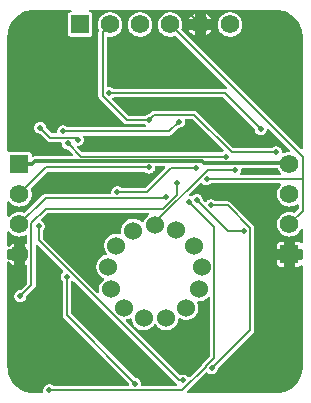
<source format=gbl>
G04 Layer: BottomLayer*
G04 EasyEDA v6.5.48, 2025-02-28 21:12:29*
G04 f07ec6733612464396c25f3e913e17d3,f6e0bafd38ec4930a7932960837fbf78,10*
G04 Gerber Generator version 0.2*
G04 Scale: 100 percent, Rotated: No, Reflected: No *
G04 Dimensions in millimeters *
G04 leading zeros omitted , absolute positions ,4 integer and 5 decimal *
%FSLAX45Y45*%
%MOMM*%

%ADD10C,0.2000*%
%ADD11C,0.3000*%
%ADD12R,1.5748X1.5748*%
%ADD13C,1.5748*%
%ADD14C,1.5240*%
%ADD15C,0.5100*%
%ADD16C,0.0115*%

%LPD*%
G36*
X666038Y-1233830D02*
G01*
X662178Y-1233068D01*
X658876Y-1230884D01*
X621030Y-1193038D01*
X618845Y-1189786D01*
X618032Y-1185976D01*
X618744Y-1182166D01*
X620826Y-1178864D01*
X623976Y-1176578D01*
X629158Y-1175613D01*
X638048Y-1173581D01*
X646430Y-1169974D01*
X654050Y-1164945D01*
X660654Y-1158646D01*
X666038Y-1151280D01*
X670001Y-1143000D01*
X672439Y-1134211D01*
X673252Y-1125118D01*
X672439Y-1116025D01*
X670001Y-1107236D01*
X669188Y-1105560D01*
X668223Y-1101598D01*
X668832Y-1097584D01*
X671017Y-1094130D01*
X674370Y-1091793D01*
X678383Y-1090980D01*
X1396238Y-1090980D01*
X1404112Y-1090168D01*
X1411173Y-1087831D01*
X1417675Y-1084072D01*
X1422146Y-1080312D01*
X1476654Y-1025804D01*
X1479702Y-1023670D01*
X1483360Y-1022807D01*
X1486916Y-1022654D01*
X1495806Y-1020622D01*
X1504188Y-1017016D01*
X1511808Y-1011986D01*
X1518412Y-1005687D01*
X1523796Y-998321D01*
X1527759Y-990041D01*
X1530197Y-981252D01*
X1531010Y-972159D01*
X1529791Y-959053D01*
X1530858Y-955446D01*
X1533093Y-952500D01*
X1536242Y-950569D01*
X1539900Y-949858D01*
X1588414Y-949858D01*
X1592275Y-950671D01*
X1595577Y-952855D01*
X1853133Y-1210411D01*
X1855266Y-1213510D01*
X1856079Y-1217168D01*
X1855571Y-1220876D01*
X1853692Y-1224178D01*
X1844243Y-1231646D01*
X1841246Y-1233271D01*
X1837893Y-1233830D01*
G37*

%LPD*%
G36*
X2364333Y-1240688D02*
G01*
X2360472Y-1240231D01*
X2357069Y-1238300D01*
X2354630Y-1235252D01*
X2353513Y-1231493D01*
X2352802Y-1223314D01*
X2350363Y-1214526D01*
X2346401Y-1206246D01*
X2341016Y-1198880D01*
X2334412Y-1192580D01*
X2326792Y-1187551D01*
X2318410Y-1183944D01*
X2309469Y-1181912D01*
X2300325Y-1181506D01*
X2291283Y-1182725D01*
X2282596Y-1185570D01*
X2274570Y-1189888D01*
X2268524Y-1194714D01*
X2265527Y-1196340D01*
X2262174Y-1196898D01*
X1944268Y-1196898D01*
X1940356Y-1196136D01*
X1937054Y-1193952D01*
X1632813Y-889660D01*
X1626616Y-884631D01*
X1620012Y-881278D01*
X1612747Y-879348D01*
X1606905Y-878890D01*
X1271016Y-878890D01*
X1263142Y-879703D01*
X1256080Y-881989D01*
X1249578Y-885748D01*
X1245108Y-889558D01*
X1227582Y-907084D01*
X1224889Y-909015D01*
X1221740Y-909980D01*
X1212646Y-911199D01*
X1203960Y-914044D01*
X1195882Y-918362D01*
X1189888Y-923188D01*
X1186891Y-924814D01*
X1183538Y-925423D01*
X1058570Y-925423D01*
X1054709Y-924610D01*
X1051407Y-922426D01*
X916381Y-787400D01*
X914095Y-783894D01*
X913434Y-779729D01*
X914501Y-775665D01*
X917092Y-772414D01*
X921156Y-769061D01*
X924204Y-767334D01*
X927658Y-766724D01*
X1846884Y-766724D01*
X1850796Y-767486D01*
X1854098Y-769670D01*
X2117953Y-1033576D01*
X2120188Y-1036878D01*
X2122576Y-1050645D01*
X2125776Y-1059230D01*
X2130450Y-1067054D01*
X2136495Y-1073962D01*
X2143607Y-1079652D01*
X2151684Y-1083970D01*
X2160371Y-1086815D01*
X2169414Y-1088034D01*
X2178558Y-1087628D01*
X2187448Y-1085596D01*
X2195830Y-1081989D01*
X2203450Y-1076960D01*
X2210054Y-1070660D01*
X2215438Y-1063244D01*
X2219401Y-1055014D01*
X2221839Y-1046226D01*
X2222195Y-1042568D01*
X2223211Y-1038910D01*
X2225548Y-1035862D01*
X2228850Y-1033932D01*
X2232609Y-1033322D01*
X2236317Y-1034135D01*
X2239467Y-1036269D01*
X2415387Y-1212240D01*
X2417572Y-1215440D01*
X2418384Y-1219200D01*
X2417724Y-1223010D01*
X2415692Y-1226261D01*
X2412593Y-1228547D01*
X2408885Y-1229563D01*
X2399385Y-1230172D01*
X2386025Y-1232814D01*
X2373122Y-1237234D01*
X2368143Y-1239672D01*
G37*

%LPD*%
G36*
X240588Y-1270558D02*
G01*
X236982Y-1269542D01*
X233934Y-1267307D01*
X231952Y-1264107D01*
X231241Y-1260398D01*
X231241Y-1255318D01*
X230530Y-1249121D01*
X228650Y-1243736D01*
X225602Y-1238910D01*
X221589Y-1234897D01*
X216763Y-1231849D01*
X211378Y-1229969D01*
X205181Y-1229258D01*
X48818Y-1229258D01*
X42621Y-1229969D01*
X39420Y-1231087D01*
X35610Y-1231646D01*
X31851Y-1230731D01*
X28702Y-1228496D01*
X26619Y-1225245D01*
X25908Y-1221486D01*
X25908Y-256082D01*
X26873Y-234848D01*
X29514Y-215036D01*
X33883Y-195529D01*
X39928Y-176428D01*
X47650Y-157988D01*
X56896Y-140258D01*
X67665Y-123393D01*
X79908Y-107543D01*
X93421Y-92811D01*
X108204Y-79298D01*
X124104Y-67157D01*
X141020Y-56438D01*
X158750Y-47244D01*
X177292Y-39624D01*
X196392Y-33629D01*
X215900Y-29362D01*
X235762Y-26771D01*
X256082Y-25908D01*
X558495Y-25908D01*
X562762Y-26822D01*
X566216Y-29464D01*
X568248Y-33324D01*
X568502Y-37693D01*
X566928Y-41757D01*
X563778Y-44754D01*
X559612Y-46177D01*
X557022Y-46482D01*
X551637Y-48361D01*
X546811Y-51358D01*
X542747Y-55422D01*
X539750Y-60198D01*
X537870Y-65582D01*
X537159Y-71831D01*
X537159Y-228193D01*
X537870Y-234391D01*
X539750Y-239775D01*
X542747Y-244602D01*
X546811Y-248615D01*
X551637Y-251663D01*
X557022Y-253542D01*
X563219Y-254254D01*
X719582Y-254254D01*
X725779Y-253542D01*
X731164Y-251663D01*
X735990Y-248615D01*
X740003Y-244602D01*
X743051Y-239775D01*
X744931Y-234391D01*
X745642Y-228193D01*
X745642Y-71831D01*
X744931Y-65582D01*
X743051Y-60198D01*
X740003Y-55422D01*
X735990Y-51358D01*
X731164Y-48361D01*
X725779Y-46482D01*
X723188Y-46177D01*
X719023Y-44754D01*
X715873Y-41757D01*
X714298Y-37693D01*
X714502Y-33324D01*
X716584Y-29464D01*
X720039Y-26822D01*
X724306Y-25908D01*
X888237Y-25908D01*
X892556Y-26873D01*
X895400Y-29057D01*
X898245Y-26873D01*
X902563Y-25908D01*
X1142238Y-25908D01*
X1146556Y-26873D01*
X1149400Y-29057D01*
X1152245Y-26873D01*
X1156563Y-25908D01*
X1396238Y-25908D01*
X1400556Y-26873D01*
X1403400Y-29057D01*
X1406245Y-26873D01*
X1410563Y-25908D01*
X1904238Y-25908D01*
X1908556Y-26873D01*
X1911400Y-29057D01*
X1914245Y-26873D01*
X1918563Y-25908D01*
X2296617Y-25908D01*
X2317800Y-26873D01*
X2337663Y-29514D01*
X2357170Y-33883D01*
X2376271Y-39928D01*
X2394712Y-47650D01*
X2412441Y-56896D01*
X2429306Y-67665D01*
X2445156Y-79908D01*
X2459888Y-93421D01*
X2473350Y-108204D01*
X2485542Y-124104D01*
X2496261Y-141020D01*
X2505456Y-158750D01*
X2513076Y-177292D01*
X2519019Y-196392D01*
X2523337Y-215900D01*
X2525928Y-235762D01*
X2526792Y-256082D01*
X2526792Y-1198676D01*
X2526030Y-1202537D01*
X2523794Y-1205839D01*
X2520492Y-1208074D01*
X2516632Y-1208836D01*
X2512720Y-1208074D01*
X2509418Y-1205839D01*
X1502562Y-198983D01*
X1500479Y-195884D01*
X1499616Y-192227D01*
X1500124Y-188518D01*
X1504086Y-176987D01*
X1506728Y-163626D01*
X1507642Y-150012D01*
X1506728Y-136398D01*
X1504086Y-123037D01*
X1499666Y-110134D01*
X1493672Y-97891D01*
X1486103Y-86563D01*
X1477111Y-76301D01*
X1466850Y-67310D01*
X1455521Y-59740D01*
X1443278Y-53695D01*
X1430375Y-49326D01*
X1417015Y-46685D01*
X1409903Y-46228D01*
X1405636Y-44958D01*
X1403400Y-42976D01*
X1401165Y-44958D01*
X1396898Y-46228D01*
X1389786Y-46685D01*
X1376426Y-49326D01*
X1363522Y-53695D01*
X1351280Y-59740D01*
X1339951Y-67310D01*
X1329690Y-76301D01*
X1320698Y-86563D01*
X1313129Y-97891D01*
X1307134Y-110134D01*
X1302715Y-123037D01*
X1300073Y-136398D01*
X1299159Y-150012D01*
X1300073Y-163626D01*
X1302715Y-176987D01*
X1307134Y-189890D01*
X1313129Y-202133D01*
X1320698Y-213461D01*
X1329690Y-223672D01*
X1339951Y-232664D01*
X1351280Y-240233D01*
X1363522Y-246278D01*
X1376426Y-250647D01*
X1389786Y-253339D01*
X1403400Y-254203D01*
X1417015Y-253339D01*
X1430375Y-250647D01*
X1441907Y-246735D01*
X1445615Y-246227D01*
X1449273Y-247091D01*
X1452372Y-249174D01*
X1882851Y-679653D01*
X1885188Y-683361D01*
X1885797Y-687730D01*
X1884476Y-691896D01*
X1881479Y-695147D01*
X1877415Y-696823D01*
X1873046Y-696671D01*
X1871218Y-696163D01*
X1865426Y-695706D01*
X927658Y-695706D01*
X923848Y-694994D01*
X920597Y-692912D01*
X919022Y-691388D01*
X911402Y-686358D01*
X903020Y-682752D01*
X894080Y-680720D01*
X884936Y-680313D01*
X879398Y-681075D01*
X875080Y-680720D01*
X871321Y-678637D01*
X868781Y-675182D01*
X867867Y-671017D01*
X867867Y-262940D01*
X868832Y-258571D01*
X871575Y-255066D01*
X875537Y-253085D01*
X880008Y-252984D01*
X881786Y-253339D01*
X895400Y-254203D01*
X909015Y-253339D01*
X922375Y-250647D01*
X935278Y-246278D01*
X947521Y-240233D01*
X958850Y-232664D01*
X969111Y-223672D01*
X978103Y-213461D01*
X985672Y-202133D01*
X991666Y-189890D01*
X996086Y-176987D01*
X998728Y-163626D01*
X999642Y-150012D01*
X998728Y-136398D01*
X996086Y-123037D01*
X991666Y-110134D01*
X985672Y-97891D01*
X978103Y-86563D01*
X969111Y-76301D01*
X958850Y-67310D01*
X947521Y-59740D01*
X935278Y-53695D01*
X922375Y-49326D01*
X909015Y-46685D01*
X901903Y-46228D01*
X897636Y-44958D01*
X895400Y-42976D01*
X893165Y-44958D01*
X888898Y-46228D01*
X881786Y-46685D01*
X868426Y-49326D01*
X855522Y-53695D01*
X843280Y-59740D01*
X831951Y-67310D01*
X821690Y-76301D01*
X812698Y-86563D01*
X805129Y-97891D01*
X799134Y-110134D01*
X794715Y-123037D01*
X792073Y-136398D01*
X791159Y-150012D01*
X792073Y-163626D01*
X794715Y-176987D01*
X799134Y-189890D01*
X800557Y-195072D01*
X797306Y-207619D01*
X796848Y-213461D01*
X796848Y-753059D01*
X797712Y-760984D01*
X799998Y-767994D01*
X803757Y-774547D01*
X807516Y-778967D01*
X1014171Y-985621D01*
X1020368Y-990650D01*
X1026972Y-994003D01*
X1034237Y-995934D01*
X1040079Y-996391D01*
X1183538Y-996391D01*
X1186891Y-997000D01*
X1189888Y-998626D01*
X1193952Y-1001877D01*
X1196594Y-1005078D01*
X1197711Y-1009040D01*
X1197203Y-1013155D01*
X1195019Y-1016711D01*
X1191666Y-1019098D01*
X1187602Y-1019962D01*
X538429Y-1019962D01*
X534670Y-1019251D01*
X531418Y-1017168D01*
X529793Y-1015644D01*
X522173Y-1010615D01*
X513791Y-1007008D01*
X504901Y-1004976D01*
X495757Y-1004569D01*
X486714Y-1005789D01*
X478028Y-1008634D01*
X469950Y-1012952D01*
X462838Y-1018641D01*
X456793Y-1025499D01*
X452120Y-1033373D01*
X448919Y-1041908D01*
X447293Y-1050899D01*
X447293Y-1060043D01*
X447548Y-1061567D01*
X447395Y-1065987D01*
X445363Y-1069898D01*
X441858Y-1072591D01*
X437591Y-1073556D01*
X407416Y-1073556D01*
X403504Y-1072743D01*
X400202Y-1070559D01*
X356768Y-1027125D01*
X354736Y-1024229D01*
X353822Y-1020826D01*
X353263Y-1014577D01*
X350824Y-1005789D01*
X346862Y-997508D01*
X341477Y-990142D01*
X334873Y-983843D01*
X327253Y-978814D01*
X318871Y-975207D01*
X309981Y-973175D01*
X300837Y-972769D01*
X291795Y-973988D01*
X283108Y-976833D01*
X275031Y-981151D01*
X267919Y-986840D01*
X261874Y-993698D01*
X257200Y-1001572D01*
X254000Y-1010107D01*
X252374Y-1019098D01*
X252374Y-1028242D01*
X254000Y-1037234D01*
X257200Y-1045768D01*
X261874Y-1053642D01*
X267919Y-1060500D01*
X275031Y-1066190D01*
X283108Y-1070508D01*
X291795Y-1073353D01*
X300888Y-1074572D01*
X304038Y-1075537D01*
X306730Y-1077468D01*
X363016Y-1133754D01*
X369163Y-1138783D01*
X375767Y-1142136D01*
X383082Y-1144066D01*
X388874Y-1144524D01*
X474624Y-1144524D01*
X478485Y-1145336D01*
X481787Y-1147521D01*
X484022Y-1150823D01*
X484784Y-1154684D01*
X484784Y-1162304D01*
X486409Y-1171295D01*
X489610Y-1179830D01*
X494284Y-1187704D01*
X500329Y-1194562D01*
X507441Y-1200251D01*
X515518Y-1204569D01*
X524205Y-1207414D01*
X533298Y-1208633D01*
X536448Y-1209598D01*
X539140Y-1211529D01*
X577291Y-1249680D01*
X579475Y-1252982D01*
X580288Y-1256893D01*
X579475Y-1260754D01*
X577291Y-1264056D01*
X573989Y-1266291D01*
X570128Y-1267053D01*
X260248Y-1267053D01*
X251866Y-1267866D01*
X244348Y-1270152D01*
G37*

%LPC*%
G36*
X1911400Y-254203D02*
G01*
X1925015Y-253339D01*
X1938375Y-250647D01*
X1951278Y-246278D01*
X1963521Y-240233D01*
X1974850Y-232664D01*
X1985111Y-223672D01*
X1994103Y-213461D01*
X2001672Y-202133D01*
X2007666Y-189890D01*
X2012086Y-176987D01*
X2014728Y-163626D01*
X2015642Y-150012D01*
X2014728Y-136398D01*
X2012086Y-123037D01*
X2007666Y-110134D01*
X2001672Y-97891D01*
X1994103Y-86563D01*
X1985111Y-76301D01*
X1974850Y-67310D01*
X1963521Y-59740D01*
X1951278Y-53695D01*
X1938375Y-49326D01*
X1925015Y-46685D01*
X1917903Y-46228D01*
X1913636Y-44958D01*
X1911400Y-42976D01*
X1909165Y-44958D01*
X1904898Y-46228D01*
X1897786Y-46685D01*
X1884425Y-49326D01*
X1871522Y-53695D01*
X1859280Y-59740D01*
X1847951Y-67310D01*
X1837689Y-76301D01*
X1828698Y-86563D01*
X1821129Y-97891D01*
X1815134Y-110134D01*
X1810715Y-123037D01*
X1808073Y-136398D01*
X1807159Y-150012D01*
X1808073Y-163626D01*
X1810715Y-176987D01*
X1815134Y-189890D01*
X1821129Y-202133D01*
X1828698Y-213461D01*
X1837689Y-223672D01*
X1847951Y-232664D01*
X1859280Y-240233D01*
X1871522Y-246278D01*
X1884425Y-250647D01*
X1897786Y-253339D01*
G37*
G36*
X1149400Y-254203D02*
G01*
X1163015Y-253339D01*
X1176375Y-250647D01*
X1189278Y-246278D01*
X1201521Y-240233D01*
X1212850Y-232664D01*
X1223111Y-223672D01*
X1232103Y-213461D01*
X1239672Y-202133D01*
X1245666Y-189890D01*
X1250086Y-176987D01*
X1252728Y-163626D01*
X1253642Y-150012D01*
X1252728Y-136398D01*
X1250086Y-123037D01*
X1245666Y-110134D01*
X1239672Y-97891D01*
X1232103Y-86563D01*
X1223111Y-76301D01*
X1212850Y-67310D01*
X1201521Y-59740D01*
X1189278Y-53695D01*
X1176375Y-49326D01*
X1163015Y-46685D01*
X1155903Y-46228D01*
X1151636Y-44958D01*
X1149400Y-42976D01*
X1147165Y-44958D01*
X1142898Y-46228D01*
X1135786Y-46685D01*
X1122426Y-49326D01*
X1109522Y-53695D01*
X1097280Y-59740D01*
X1085951Y-67310D01*
X1075690Y-76301D01*
X1066698Y-86563D01*
X1059129Y-97891D01*
X1053134Y-110134D01*
X1048715Y-123037D01*
X1046073Y-136398D01*
X1045159Y-150012D01*
X1046073Y-163626D01*
X1048715Y-176987D01*
X1053134Y-189890D01*
X1059129Y-202133D01*
X1066698Y-213461D01*
X1075690Y-223672D01*
X1085951Y-232664D01*
X1097280Y-240233D01*
X1109522Y-246278D01*
X1122426Y-250647D01*
X1135786Y-253339D01*
G37*
G36*
X1703120Y-243382D02*
G01*
X1709521Y-240233D01*
X1720850Y-232664D01*
X1731111Y-223672D01*
X1740103Y-213461D01*
X1747672Y-202133D01*
X1750822Y-195732D01*
X1703120Y-195732D01*
G37*
G36*
X1611680Y-243382D02*
G01*
X1611680Y-195732D01*
X1563979Y-195732D01*
X1567129Y-202133D01*
X1574698Y-213461D01*
X1583690Y-223672D01*
X1593951Y-232664D01*
X1605280Y-240233D01*
G37*
G36*
X1703120Y-104292D02*
G01*
X1750822Y-104292D01*
X1747672Y-97891D01*
X1740103Y-86563D01*
X1731111Y-76301D01*
X1720850Y-67310D01*
X1709521Y-59740D01*
X1703120Y-56591D01*
G37*
G36*
X1563979Y-104292D02*
G01*
X1611680Y-104292D01*
X1611680Y-56591D01*
X1605280Y-59740D01*
X1593951Y-67310D01*
X1583690Y-76301D01*
X1574698Y-86563D01*
X1567129Y-97891D01*
G37*

%LPD*%
G36*
X2005482Y-1424990D02*
G01*
X2001164Y-1424025D01*
X1997659Y-1421333D01*
X1995627Y-1417370D01*
X1995474Y-1412951D01*
X1997252Y-1408887D01*
X1999538Y-1405737D01*
X2003501Y-1397457D01*
X2005939Y-1388668D01*
X2006752Y-1379575D01*
X2006549Y-1377442D01*
X2007057Y-1373276D01*
X2009190Y-1369669D01*
X2012594Y-1367231D01*
X2016709Y-1366367D01*
X2307031Y-1366367D01*
X2311146Y-1367231D01*
X2314549Y-1369669D01*
X2316683Y-1373378D01*
X2322728Y-1385620D01*
X2330297Y-1396949D01*
X2339289Y-1407210D01*
X2341778Y-1410462D01*
X2342743Y-1414373D01*
X2342134Y-1418437D01*
X2339949Y-1421841D01*
X2336596Y-1424178D01*
X2332583Y-1424990D01*
G37*

%LPD*%
G36*
X36525Y-1782267D02*
G01*
X32512Y-1781606D01*
X29057Y-1779473D01*
X26720Y-1776120D01*
X25908Y-1772107D01*
X25908Y-1656892D01*
X26720Y-1652879D01*
X29057Y-1649526D01*
X32512Y-1647393D01*
X36525Y-1646732D01*
X40487Y-1647748D01*
X43738Y-1650187D01*
X53340Y-1661210D01*
X63550Y-1670202D01*
X74879Y-1677771D01*
X87122Y-1683766D01*
X100025Y-1688185D01*
X113385Y-1690827D01*
X127000Y-1691741D01*
X140614Y-1690827D01*
X153974Y-1688185D01*
X166878Y-1683766D01*
X179120Y-1677771D01*
X190449Y-1670202D01*
X200710Y-1661210D01*
X209702Y-1650949D01*
X217271Y-1639620D01*
X223266Y-1627378D01*
X227685Y-1614474D01*
X230327Y-1601114D01*
X231241Y-1587500D01*
X230327Y-1573885D01*
X227685Y-1560525D01*
X223723Y-1548993D01*
X223215Y-1545285D01*
X224078Y-1541627D01*
X226161Y-1538528D01*
X364845Y-1399844D01*
X368147Y-1397660D01*
X372008Y-1396898D01*
X1183538Y-1396898D01*
X1186891Y-1397457D01*
X1189888Y-1399082D01*
X1195882Y-1403908D01*
X1203960Y-1408226D01*
X1212646Y-1411071D01*
X1221689Y-1412290D01*
X1230833Y-1411884D01*
X1239723Y-1409852D01*
X1248105Y-1406245D01*
X1255725Y-1401216D01*
X1262329Y-1394917D01*
X1267714Y-1387551D01*
X1271676Y-1379270D01*
X1274114Y-1370482D01*
X1274927Y-1361389D01*
X1274724Y-1359103D01*
X1275232Y-1354937D01*
X1277366Y-1351330D01*
X1280769Y-1348892D01*
X1284833Y-1348028D01*
X1353769Y-1348028D01*
X1357680Y-1348841D01*
X1360932Y-1351026D01*
X1363167Y-1354328D01*
X1363929Y-1358188D01*
X1363167Y-1362100D01*
X1360932Y-1365402D01*
X1194765Y-1531620D01*
X1191463Y-1533804D01*
X1187551Y-1534566D01*
X994765Y-1534566D01*
X991006Y-1533855D01*
X987755Y-1531772D01*
X986129Y-1530248D01*
X978509Y-1525219D01*
X970127Y-1521612D01*
X961237Y-1519580D01*
X952093Y-1519174D01*
X943051Y-1520393D01*
X934364Y-1523238D01*
X926287Y-1527556D01*
X919175Y-1533245D01*
X913130Y-1540103D01*
X908456Y-1547977D01*
X905256Y-1556512D01*
X903630Y-1565503D01*
X903630Y-1573123D01*
X902868Y-1576984D01*
X900633Y-1580286D01*
X897331Y-1582470D01*
X893470Y-1583283D01*
X350266Y-1583283D01*
X342341Y-1584096D01*
X335330Y-1586382D01*
X328777Y-1590141D01*
X324358Y-1593951D01*
X175971Y-1742338D01*
X172872Y-1744421D01*
X169214Y-1745284D01*
X165506Y-1744776D01*
X153974Y-1740814D01*
X140614Y-1738172D01*
X127000Y-1737258D01*
X113385Y-1738172D01*
X100025Y-1740814D01*
X87122Y-1745234D01*
X74879Y-1751228D01*
X63550Y-1758797D01*
X53340Y-1767789D01*
X43738Y-1778812D01*
X40487Y-1781251D01*
G37*

%LPD*%
G36*
X794207Y-2427122D02*
G01*
X789940Y-2426462D01*
X786333Y-2424125D01*
X328168Y-1966010D01*
X325983Y-1962708D01*
X325221Y-1958797D01*
X325221Y-1894738D01*
X325729Y-1891538D01*
X327202Y-1888693D01*
X333502Y-1880209D01*
X337413Y-1871980D01*
X339852Y-1863191D01*
X340664Y-1854098D01*
X339852Y-1845005D01*
X337413Y-1836216D01*
X333451Y-1827936D01*
X328066Y-1820570D01*
X321462Y-1814271D01*
X316534Y-1810969D01*
X313436Y-1807768D01*
X312013Y-1803552D01*
X312572Y-1799082D01*
X314960Y-1795322D01*
X360527Y-1749704D01*
X363829Y-1747520D01*
X367741Y-1746757D01*
X1214780Y-1746757D01*
X1218996Y-1747672D01*
X1222451Y-1750263D01*
X1224534Y-1754073D01*
X1224838Y-1758391D01*
X1223314Y-1762404D01*
X1220266Y-1765452D01*
X1216101Y-1768144D01*
X1205738Y-1776882D01*
X1196594Y-1786991D01*
X1188923Y-1798167D01*
X1182776Y-1810308D01*
X1179474Y-1819808D01*
X1177442Y-1823262D01*
X1174191Y-1825650D01*
X1170228Y-1826615D01*
X1166266Y-1825955D01*
X1162812Y-1823770D01*
X1156716Y-1817878D01*
X1145794Y-1809800D01*
X1133906Y-1803247D01*
X1121206Y-1798370D01*
X1107998Y-1795221D01*
X1094486Y-1793900D01*
X1080922Y-1794357D01*
X1067511Y-1796592D01*
X1054557Y-1800606D01*
X1042212Y-1806346D01*
X1030782Y-1813661D01*
X1020419Y-1822399D01*
X1011275Y-1832508D01*
X1003604Y-1843684D01*
X997458Y-1855825D01*
X993038Y-1868627D01*
X990295Y-1881936D01*
X989431Y-1895500D01*
X990295Y-1909064D01*
X991260Y-1913636D01*
X991209Y-1917954D01*
X989380Y-1921865D01*
X986078Y-1924659D01*
X981913Y-1925828D01*
X977646Y-1925167D01*
X964437Y-1922018D01*
X950925Y-1920646D01*
X937361Y-1921103D01*
X923950Y-1923389D01*
X910996Y-1927402D01*
X898652Y-1933092D01*
X887221Y-1940407D01*
X876858Y-1949196D01*
X867765Y-1959254D01*
X860044Y-1970481D01*
X853948Y-1982571D01*
X849477Y-1995424D01*
X846785Y-2008733D01*
X845870Y-2022297D01*
X846785Y-2035810D01*
X849477Y-2049119D01*
X853948Y-2061972D01*
X860044Y-2074113D01*
X867968Y-2085644D01*
X869543Y-2089353D01*
X869543Y-2093417D01*
X867968Y-2097125D01*
X865073Y-2099970D01*
X861314Y-2101392D01*
X855827Y-2102358D01*
X842822Y-2106371D01*
X830529Y-2112060D01*
X819048Y-2119376D01*
X808685Y-2128164D01*
X799592Y-2138222D01*
X791921Y-2149449D01*
X785774Y-2161540D01*
X781304Y-2174392D01*
X778611Y-2187702D01*
X777697Y-2201265D01*
X778611Y-2214778D01*
X781304Y-2228088D01*
X785774Y-2240940D01*
X791921Y-2253081D01*
X799592Y-2264257D01*
X808685Y-2274316D01*
X819048Y-2283104D01*
X830529Y-2290419D01*
X838047Y-2293874D01*
X841298Y-2296312D01*
X843330Y-2299766D01*
X843889Y-2303780D01*
X842822Y-2307691D01*
X840333Y-2310892D01*
X831545Y-2318308D01*
X822452Y-2328367D01*
X814730Y-2339543D01*
X808634Y-2351684D01*
X804164Y-2364536D01*
X801471Y-2377846D01*
X800557Y-2391359D01*
X801471Y-2404922D01*
X803503Y-2414930D01*
X803452Y-2419248D01*
X801624Y-2423109D01*
X798322Y-2425903D01*
G37*

%LPD*%
G36*
X1562912Y-3135477D02*
G01*
X1558747Y-3134207D01*
X1548434Y-3124403D01*
X1540814Y-3119374D01*
X1532432Y-3115767D01*
X1523542Y-3113735D01*
X1514398Y-3113328D01*
X1505356Y-3114548D01*
X1496669Y-3117392D01*
X1492199Y-3119780D01*
X1488084Y-3120948D01*
X1483817Y-3120339D01*
X1480210Y-3118002D01*
X1027531Y-2665323D01*
X1025194Y-2661716D01*
X1024585Y-2657500D01*
X1025753Y-2653385D01*
X1028496Y-2650134D01*
X1032357Y-2648254D01*
X1040942Y-2646222D01*
X1053642Y-2641346D01*
X1064006Y-2635656D01*
X1067866Y-2634488D01*
X1071880Y-2634894D01*
X1075436Y-2636824D01*
X1077925Y-2639974D01*
X1078992Y-2643886D01*
X1079550Y-2651810D01*
X1082243Y-2665120D01*
X1086713Y-2677972D01*
X1092809Y-2690114D01*
X1100531Y-2701290D01*
X1109624Y-2711348D01*
X1119987Y-2720136D01*
X1131417Y-2727452D01*
X1143762Y-2733141D01*
X1156716Y-2737205D01*
X1170127Y-2739440D01*
X1183690Y-2739898D01*
X1197203Y-2738526D01*
X1210411Y-2735376D01*
X1223111Y-2730500D01*
X1234998Y-2723997D01*
X1245971Y-2715920D01*
X1255725Y-2706471D01*
X1264158Y-2695803D01*
X1267155Y-2690723D01*
X1269847Y-2687726D01*
X1273556Y-2686050D01*
X1277569Y-2685897D01*
X1281379Y-2687370D01*
X1284274Y-2690164D01*
X1291996Y-2701442D01*
X1301140Y-2711551D01*
X1311503Y-2720289D01*
X1322933Y-2727604D01*
X1335278Y-2733344D01*
X1348232Y-2737358D01*
X1361643Y-2739593D01*
X1375206Y-2740050D01*
X1388719Y-2738729D01*
X1401927Y-2735580D01*
X1414627Y-2730652D01*
X1426514Y-2724150D01*
X1437487Y-2716072D01*
X1447241Y-2706624D01*
X1455623Y-2696006D01*
X1462582Y-2684322D01*
X1467866Y-2671775D01*
X1471472Y-2658719D01*
X1473250Y-2644952D01*
X1474165Y-2640736D01*
X1476756Y-2637282D01*
X1480566Y-2635199D01*
X1484833Y-2634894D01*
X1488897Y-2636367D01*
X1492605Y-2638755D01*
X1504899Y-2644444D01*
X1517904Y-2648458D01*
X1531264Y-2650744D01*
X1544828Y-2651201D01*
X1558340Y-2649829D01*
X1571599Y-2646680D01*
X1584248Y-2641803D01*
X1596186Y-2635250D01*
X1607108Y-2627223D01*
X1616862Y-2617774D01*
X1625295Y-2607106D01*
X1632204Y-2595422D01*
X1637487Y-2582926D01*
X1641093Y-2569819D01*
X1642922Y-2556357D01*
X1642922Y-2542794D01*
X1641093Y-2529332D01*
X1637487Y-2516225D01*
X1633778Y-2507437D01*
X1632966Y-2503474D01*
X1633778Y-2499512D01*
X1636064Y-2496159D01*
X1639468Y-2493975D01*
X1643481Y-2493314D01*
X1653743Y-2493670D01*
X1667256Y-2492298D01*
X1680464Y-2489149D01*
X1693113Y-2484272D01*
X1705051Y-2477719D01*
X1715973Y-2469692D01*
X1725066Y-2460904D01*
X1728368Y-2458770D01*
X1732229Y-2458059D01*
X1736089Y-2458872D01*
X1739341Y-2461056D01*
X1741525Y-2464358D01*
X1742287Y-2468219D01*
X1742287Y-2951530D01*
X1741474Y-2955442D01*
X1739290Y-2958744D01*
X1680667Y-3017316D01*
X1675688Y-3023514D01*
X1671980Y-3030778D01*
X1670100Y-3033318D01*
X1570939Y-3132531D01*
X1567230Y-3134868D01*
G37*

%LPD*%
G36*
X1167739Y-3211372D02*
G01*
X1163624Y-3210509D01*
X1160221Y-3208070D01*
X1158087Y-3204464D01*
X1157630Y-3200298D01*
X1158443Y-3191306D01*
X1157630Y-3182213D01*
X1155192Y-3173425D01*
X1151229Y-3165144D01*
X1145844Y-3157778D01*
X1139240Y-3151479D01*
X1131620Y-3146450D01*
X1123238Y-3142843D01*
X1114298Y-3140811D01*
X1110792Y-3140659D01*
X1107135Y-3139795D01*
X1104036Y-3137662D01*
X568045Y-2601722D01*
X565861Y-2598420D01*
X565099Y-2594508D01*
X565099Y-2327859D01*
X565861Y-2323947D01*
X568045Y-2320645D01*
X571347Y-2318461D01*
X575259Y-2317699D01*
X579120Y-2318461D01*
X582422Y-2320645D01*
X1450746Y-3188970D01*
X1456131Y-3193338D01*
X1458772Y-3196539D01*
X1459890Y-3200501D01*
X1459331Y-3204616D01*
X1457198Y-3208172D01*
X1453794Y-3210560D01*
X1449730Y-3211372D01*
G37*

%LPD*%
G36*
X1554327Y-3274110D02*
G01*
X1550416Y-3273298D01*
X1547114Y-3271113D01*
X1544929Y-3267811D01*
X1544167Y-3263950D01*
X1544929Y-3260039D01*
X1547114Y-3256737D01*
X1704289Y-3099562D01*
X1707337Y-3097479D01*
X1710943Y-3096615D01*
X1714601Y-3097123D01*
X1717852Y-3098850D01*
X1726082Y-3105505D01*
X1734057Y-3109823D01*
X1742744Y-3112668D01*
X1751787Y-3113887D01*
X1760931Y-3113481D01*
X1769872Y-3111449D01*
X1778254Y-3107842D01*
X1785874Y-3102813D01*
X1792478Y-3096514D01*
X1797862Y-3089097D01*
X1801825Y-3080867D01*
X1804263Y-3072079D01*
X1804822Y-3065780D01*
X1805736Y-3062427D01*
X1807718Y-3059531D01*
X2105253Y-2761996D01*
X2110282Y-2755849D01*
X2113635Y-2749245D01*
X2115566Y-2741930D01*
X2116023Y-2736138D01*
X2116023Y-1872792D01*
X2115210Y-1864918D01*
X2112924Y-1857857D01*
X2109165Y-1851355D01*
X2105355Y-1846884D01*
X1916328Y-1657857D01*
X1910181Y-1652879D01*
X1903577Y-1649526D01*
X1896262Y-1647545D01*
X1890471Y-1647088D01*
X1788109Y-1647088D01*
X1784350Y-1646377D01*
X1781098Y-1644294D01*
X1779473Y-1642770D01*
X1771853Y-1637741D01*
X1763471Y-1634134D01*
X1754581Y-1632102D01*
X1745437Y-1631696D01*
X1736394Y-1632915D01*
X1727707Y-1635760D01*
X1719630Y-1640078D01*
X1712518Y-1645767D01*
X1708150Y-1650746D01*
X1704848Y-1653235D01*
X1700834Y-1654200D01*
X1696770Y-1653489D01*
X1693316Y-1651203D01*
X1682496Y-1640433D01*
X1680514Y-1637538D01*
X1679600Y-1634134D01*
X1679041Y-1627886D01*
X1676603Y-1619097D01*
X1672640Y-1610817D01*
X1667256Y-1603451D01*
X1660652Y-1597152D01*
X1653032Y-1592122D01*
X1644650Y-1588516D01*
X1635709Y-1586484D01*
X1626565Y-1586077D01*
X1617522Y-1587296D01*
X1608836Y-1590141D01*
X1600809Y-1594459D01*
X1593545Y-1600250D01*
X1590446Y-1603552D01*
X1587652Y-1605635D01*
X1584299Y-1606702D01*
X1580794Y-1606499D01*
X1570685Y-1604213D01*
X1566773Y-1602384D01*
X1563979Y-1599133D01*
X1562811Y-1595018D01*
X1563420Y-1590751D01*
X1565757Y-1587144D01*
X1659483Y-1493367D01*
X1662938Y-1491132D01*
X1667052Y-1490421D01*
X1671066Y-1491386D01*
X1674317Y-1493875D01*
X1677365Y-1497330D01*
X1684477Y-1503019D01*
X1692554Y-1507337D01*
X1701241Y-1510182D01*
X1710283Y-1511401D01*
X1719427Y-1510995D01*
X1728317Y-1508963D01*
X1736699Y-1505356D01*
X1744319Y-1500327D01*
X1745945Y-1498803D01*
X1749196Y-1496720D01*
X1752955Y-1496009D01*
X2332583Y-1496009D01*
X2336596Y-1496822D01*
X2339949Y-1499158D01*
X2342134Y-1502562D01*
X2342743Y-1506626D01*
X2341778Y-1510538D01*
X2339289Y-1513789D01*
X2330297Y-1524050D01*
X2322728Y-1535379D01*
X2316683Y-1547622D01*
X2312314Y-1560525D01*
X2309672Y-1573885D01*
X2308758Y-1587500D01*
X2309672Y-1601114D01*
X2312314Y-1614474D01*
X2316683Y-1627378D01*
X2322728Y-1639620D01*
X2330297Y-1650949D01*
X2339289Y-1661210D01*
X2349550Y-1670202D01*
X2360879Y-1677771D01*
X2373122Y-1683766D01*
X2386025Y-1688185D01*
X2399385Y-1690827D01*
X2413000Y-1691741D01*
X2426614Y-1690827D01*
X2439974Y-1688185D01*
X2452878Y-1683766D01*
X2465120Y-1677771D01*
X2475636Y-1670710D01*
X2479700Y-1669135D01*
X2484018Y-1669389D01*
X2487879Y-1671421D01*
X2490520Y-1674926D01*
X2491435Y-1679143D01*
X2491435Y-1708657D01*
X2490673Y-1712518D01*
X2488488Y-1715820D01*
X2461971Y-1742338D01*
X2458872Y-1744421D01*
X2455214Y-1745284D01*
X2451506Y-1744776D01*
X2439974Y-1740814D01*
X2426614Y-1738172D01*
X2413000Y-1737258D01*
X2399385Y-1738172D01*
X2386025Y-1740814D01*
X2373122Y-1745234D01*
X2360879Y-1751228D01*
X2349550Y-1758797D01*
X2339289Y-1767789D01*
X2330297Y-1778050D01*
X2322728Y-1789379D01*
X2316683Y-1801622D01*
X2312314Y-1814525D01*
X2309672Y-1827885D01*
X2308758Y-1841500D01*
X2309672Y-1855114D01*
X2312314Y-1868474D01*
X2316683Y-1881378D01*
X2322728Y-1893620D01*
X2330297Y-1904949D01*
X2339289Y-1915210D01*
X2349550Y-1924202D01*
X2360879Y-1931771D01*
X2373122Y-1937766D01*
X2386025Y-1942185D01*
X2399385Y-1944827D01*
X2413000Y-1945741D01*
X2426614Y-1944827D01*
X2439974Y-1942185D01*
X2452878Y-1937766D01*
X2465120Y-1931771D01*
X2476449Y-1924202D01*
X2486710Y-1915210D01*
X2495702Y-1904949D01*
X2503271Y-1893620D01*
X2507538Y-1884984D01*
X2510332Y-1881479D01*
X2514447Y-1879549D01*
X2518918Y-1879549D01*
X2522982Y-1881530D01*
X2525776Y-1885086D01*
X2526792Y-1889455D01*
X2526792Y-1991512D01*
X2526030Y-1995424D01*
X2523794Y-1998725D01*
X2520492Y-2000910D01*
X2516632Y-2001672D01*
X2512720Y-2000910D01*
X2509418Y-1998725D01*
X2507589Y-1996897D01*
X2502763Y-1993849D01*
X2497378Y-1991969D01*
X2491181Y-1991258D01*
X2458720Y-1991258D01*
X2458720Y-2049780D01*
X2516632Y-2049780D01*
X2520492Y-2050542D01*
X2523794Y-2052777D01*
X2526030Y-2056028D01*
X2526792Y-2059939D01*
X2526792Y-2131060D01*
X2526030Y-2134971D01*
X2523794Y-2138222D01*
X2520492Y-2140458D01*
X2516632Y-2141220D01*
X2458720Y-2141220D01*
X2458720Y-2199741D01*
X2491181Y-2199741D01*
X2497378Y-2199030D01*
X2502763Y-2197150D01*
X2507589Y-2194102D01*
X2509418Y-2192274D01*
X2512720Y-2190089D01*
X2516632Y-2189327D01*
X2520492Y-2190089D01*
X2523794Y-2192274D01*
X2526030Y-2195576D01*
X2526792Y-2199487D01*
X2526792Y-3043936D01*
X2525826Y-3065119D01*
X2523185Y-3084931D01*
X2518816Y-3104489D01*
X2512771Y-3123539D01*
X2505049Y-3142030D01*
X2495804Y-3159760D01*
X2485034Y-3176625D01*
X2472791Y-3192475D01*
X2459278Y-3207156D01*
X2444496Y-3220669D01*
X2428595Y-3232810D01*
X2411679Y-3243529D01*
X2393899Y-3252724D01*
X2375408Y-3260344D01*
X2356307Y-3266338D01*
X2336800Y-3270656D01*
X2316937Y-3273196D01*
X2296617Y-3274110D01*
G37*

%LPC*%
G36*
X2334818Y-2199741D02*
G01*
X2367280Y-2199741D01*
X2367280Y-2141220D01*
X2308758Y-2141220D01*
X2308758Y-2173681D01*
X2309469Y-2179878D01*
X2311349Y-2185263D01*
X2314346Y-2190089D01*
X2318410Y-2194102D01*
X2323236Y-2197150D01*
X2328570Y-2199030D01*
G37*
G36*
X2308758Y-2049780D02*
G01*
X2367280Y-2049780D01*
X2367280Y-1991258D01*
X2334818Y-1991258D01*
X2328570Y-1991969D01*
X2323236Y-1993849D01*
X2318410Y-1996897D01*
X2314346Y-2000910D01*
X2311349Y-2005736D01*
X2309469Y-2011121D01*
X2308758Y-2017318D01*
G37*

%LPD*%
G36*
X318973Y-3274110D02*
G01*
X255625Y-3274060D01*
X234848Y-3273145D01*
X215036Y-3270503D01*
X195529Y-3266135D01*
X176428Y-3260039D01*
X157988Y-3252368D01*
X140258Y-3243072D01*
X123393Y-3232302D01*
X107543Y-3220110D01*
X92811Y-3206546D01*
X79298Y-3191764D01*
X67157Y-3175863D01*
X56438Y-3158998D01*
X47244Y-3141218D01*
X39624Y-3122726D01*
X33629Y-3103626D01*
X29362Y-3084068D01*
X26771Y-3064256D01*
X25908Y-3043936D01*
X25908Y-2164892D01*
X26720Y-2160879D01*
X29057Y-2157526D01*
X32512Y-2155393D01*
X36525Y-2154732D01*
X40487Y-2155748D01*
X43738Y-2158187D01*
X53340Y-2169210D01*
X63550Y-2178202D01*
X74879Y-2185771D01*
X81280Y-2188921D01*
X81280Y-2141220D01*
X36068Y-2141220D01*
X32156Y-2140458D01*
X28905Y-2138222D01*
X26670Y-2134971D01*
X25908Y-2131060D01*
X25908Y-2059939D01*
X26670Y-2056028D01*
X28905Y-2052777D01*
X32156Y-2050542D01*
X36068Y-2049780D01*
X81280Y-2049780D01*
X81280Y-2002078D01*
X74879Y-2005228D01*
X63550Y-2012797D01*
X53340Y-2021789D01*
X43738Y-2032812D01*
X40487Y-2035251D01*
X36525Y-2036267D01*
X32512Y-2035606D01*
X29057Y-2033473D01*
X26720Y-2030120D01*
X25908Y-2026107D01*
X25908Y-1910892D01*
X26720Y-1906879D01*
X29057Y-1903526D01*
X32512Y-1901393D01*
X36525Y-1900732D01*
X40487Y-1901748D01*
X43738Y-1904187D01*
X53340Y-1915210D01*
X63550Y-1924202D01*
X74879Y-1931771D01*
X87122Y-1937766D01*
X100025Y-1942185D01*
X113385Y-1944827D01*
X127000Y-1945741D01*
X140614Y-1944827D01*
X153974Y-1942185D01*
X166878Y-1937766D01*
X178968Y-1931822D01*
X182930Y-1930806D01*
X186994Y-1931416D01*
X190449Y-1933549D01*
X192786Y-1936902D01*
X193649Y-1940915D01*
X193649Y-1996084D01*
X192786Y-2000097D01*
X190449Y-2003450D01*
X186994Y-2005584D01*
X182930Y-2006193D01*
X178968Y-2005177D01*
X172720Y-2002078D01*
X172720Y-2049780D01*
X183489Y-2049780D01*
X187350Y-2050542D01*
X190652Y-2052777D01*
X192836Y-2056028D01*
X193649Y-2059939D01*
X193649Y-2131060D01*
X192836Y-2134971D01*
X190652Y-2138222D01*
X187350Y-2140458D01*
X183489Y-2141220D01*
X172720Y-2141220D01*
X172720Y-2188921D01*
X178968Y-2185822D01*
X182930Y-2184806D01*
X186994Y-2185416D01*
X190449Y-2187549D01*
X192786Y-2190902D01*
X193649Y-2194915D01*
X193649Y-2337816D01*
X192836Y-2341676D01*
X190652Y-2344978D01*
X140106Y-2395524D01*
X137464Y-2397455D01*
X134315Y-2398420D01*
X125171Y-2399639D01*
X116484Y-2402484D01*
X108458Y-2406802D01*
X101295Y-2412492D01*
X95300Y-2419350D01*
X90627Y-2427224D01*
X87376Y-2435758D01*
X85750Y-2444750D01*
X85750Y-2453894D01*
X87376Y-2462885D01*
X90627Y-2471420D01*
X95300Y-2479294D01*
X101295Y-2486152D01*
X108458Y-2491841D01*
X116484Y-2496159D01*
X125171Y-2499004D01*
X134213Y-2500223D01*
X143357Y-2499817D01*
X152298Y-2497785D01*
X160680Y-2494178D01*
X168300Y-2489149D01*
X174904Y-2482850D01*
X180289Y-2475484D01*
X184251Y-2467203D01*
X186690Y-2458415D01*
X187248Y-2452166D01*
X188163Y-2448763D01*
X190144Y-2445867D01*
X253847Y-2382215D01*
X258876Y-2376017D01*
X262229Y-2369413D01*
X264160Y-2362149D01*
X264617Y-2356307D01*
X264617Y-2027377D01*
X265430Y-2023465D01*
X267614Y-2020214D01*
X270916Y-2017979D01*
X274777Y-2017217D01*
X278688Y-2017979D01*
X281990Y-2020214D01*
X495808Y-2234031D01*
X498093Y-2237587D01*
X498754Y-2241753D01*
X497636Y-2245868D01*
X488340Y-2256485D01*
X483666Y-2264308D01*
X480466Y-2272893D01*
X478840Y-2281885D01*
X478840Y-2290978D01*
X480466Y-2299970D01*
X483666Y-2308555D01*
X488340Y-2316378D01*
X491591Y-2320086D01*
X493420Y-2323185D01*
X494080Y-2326741D01*
X494080Y-2612898D01*
X494944Y-2620822D01*
X497230Y-2627833D01*
X500989Y-2634386D01*
X504748Y-2638806D01*
X1053744Y-3187801D01*
X1055928Y-3191052D01*
X1057351Y-3199384D01*
X1057198Y-3203803D01*
X1055166Y-3207715D01*
X1051661Y-3210407D01*
X1047343Y-3211372D01*
X418033Y-3211372D01*
X414274Y-3210661D01*
X411022Y-3208578D01*
X409397Y-3207054D01*
X401777Y-3202025D01*
X393395Y-3198418D01*
X384505Y-3196386D01*
X375361Y-3195980D01*
X366318Y-3197199D01*
X357632Y-3200044D01*
X349554Y-3204362D01*
X342442Y-3210052D01*
X336397Y-3216910D01*
X331724Y-3224784D01*
X328523Y-3233318D01*
X326898Y-3242310D01*
X326898Y-3251453D01*
X329133Y-3264255D01*
X328269Y-3268065D01*
X326034Y-3271215D01*
X322783Y-3273348D01*
G37*

%LPD*%
D10*
X127000Y-1841500D02*
G01*
X349732Y-1618767D01*
X1365580Y-1618767D01*
X1371320Y-1613027D01*
X2526944Y-1460500D02*
G01*
X1712569Y-1460500D01*
X2526944Y-1460500D02*
G01*
X2526944Y-1273555D01*
X1403400Y-150012D01*
X2413000Y-1841500D02*
G01*
X2526944Y-1727555D01*
X2526944Y-1460500D01*
X1564131Y-1654784D02*
G01*
X1777771Y-1868423D01*
X1777771Y-2970453D01*
X1705406Y-3042818D01*
X1705406Y-3048254D01*
X1506778Y-3246881D01*
X377647Y-3246881D01*
X1276426Y-1850009D02*
G01*
X1276426Y-1826260D01*
X1723110Y-1379575D01*
X1955800Y-1379575D01*
X2302636Y-1232407D02*
G01*
X1925345Y-1232407D01*
X1607312Y-914374D01*
X1270507Y-914374D01*
X1223975Y-960907D01*
X127000Y-1587500D02*
G01*
X353110Y-1361389D01*
X1223975Y-1361389D01*
X895400Y-150012D02*
G01*
X832357Y-213055D01*
X832357Y-753592D01*
X1039672Y-960907D01*
X1223975Y-960907D01*
X2171700Y-1037107D02*
G01*
X1865807Y-731215D01*
X887247Y-731215D01*
X1754098Y-3062960D02*
G01*
X2080539Y-2736519D01*
X2080539Y-1872284D01*
X1890852Y-1682597D01*
X1747723Y-1682597D01*
X1460068Y-1491132D02*
G01*
X1460068Y-1593316D01*
X1342136Y-1711248D01*
X348818Y-1711248D01*
X229133Y-1830933D01*
X229133Y-2356713D01*
X136525Y-2449321D01*
X1480057Y-972159D02*
G01*
X1396745Y-1055471D01*
X498043Y-1055471D01*
X535533Y-1157731D02*
G01*
X647141Y-1269339D01*
X1878329Y-1269339D01*
X1014577Y-597204D02*
G01*
X1276426Y-335356D01*
X1276426Y-127914D01*
X1365808Y-38531D01*
X1545920Y-38531D01*
X1657400Y-150012D01*
D11*
X2413000Y-1333500D02*
G01*
X2405379Y-1325879D01*
X1689455Y-1325879D01*
X1671116Y-1307541D01*
X259740Y-1307541D01*
X233781Y-1333500D01*
X127000Y-1333500D02*
G01*
X233781Y-1333500D01*
D10*
X2030475Y-1897430D02*
G01*
X1889328Y-1897430D01*
X1628876Y-1636979D01*
X622300Y-1125118D02*
G01*
X606221Y-1109040D01*
X388493Y-1109040D01*
X303123Y-1023670D01*
X529589Y-2286431D02*
G01*
X529589Y-2613431D01*
X1107465Y-3191306D01*
X1620850Y-1366596D02*
G01*
X1409954Y-1366596D01*
X1206474Y-1570075D01*
X954379Y-1570075D01*
X1516684Y-3164230D02*
G01*
X1476222Y-3164230D01*
X289712Y-1977720D01*
X289712Y-1854098D01*
D12*
G01*
X127000Y-1333500D03*
D13*
G01*
X127000Y-1587500D03*
G01*
X127000Y-1841500D03*
G01*
X127000Y-2095500D03*
D12*
G01*
X2413000Y-2095500D03*
D13*
G01*
X2413000Y-1841500D03*
G01*
X2413000Y-1587500D03*
G01*
X2413000Y-1333500D03*
D14*
G01*
X1541475Y-2549601D03*
G01*
X1650364Y-2392045D03*
G01*
X1673529Y-2201951D03*
G01*
X879398Y-2201265D03*
G01*
X1180337Y-2638297D03*
G01*
X902258Y-2391384D03*
G01*
X1010843Y-2549118D03*
G01*
X947572Y-2022297D03*
G01*
X1605686Y-2022881D03*
G01*
X1371828Y-2638450D03*
G01*
X1276426Y-1850009D03*
G01*
X1454226Y-1894408D03*
G01*
X1091107Y-1895525D03*
D13*
G01*
X1911400Y-150012D03*
G01*
X1657400Y-150012D03*
G01*
X1403400Y-150012D03*
G01*
X1149400Y-150012D03*
G01*
X895400Y-150012D03*
D12*
G01*
X641400Y-150012D03*
D15*
G01*
X1371320Y-1613027D03*
G01*
X1712569Y-1460500D03*
G01*
X377647Y-3246881D03*
G01*
X1564131Y-1654784D03*
G01*
X1955800Y-1379575D03*
G01*
X2302636Y-1232407D03*
G01*
X1223975Y-1361389D03*
G01*
X1223975Y-960907D03*
G01*
X2171700Y-1037107D03*
G01*
X887247Y-731215D03*
G01*
X1754098Y-3062960D03*
G01*
X1747723Y-1682597D03*
G01*
X136525Y-2449321D03*
G01*
X1460068Y-1491132D03*
G01*
X498043Y-1055471D03*
G01*
X1480057Y-972159D03*
G01*
X1878329Y-1269339D03*
G01*
X535533Y-1157731D03*
G01*
X1014577Y-597204D03*
G01*
X2030475Y-1897430D03*
G01*
X1628876Y-1636979D03*
G01*
X303123Y-1023670D03*
G01*
X622300Y-1125118D03*
G01*
X1107465Y-3191306D03*
G01*
X529589Y-2286431D03*
G01*
X954379Y-1570075D03*
G01*
X1620850Y-1366596D03*
G01*
X1516684Y-3164230D03*
G01*
X289712Y-1854098D03*
G01*
X165100Y-622300D03*
G01*
X165100Y-774700D03*
G01*
X342900Y-774700D03*
G01*
X520700Y-622300D03*
G01*
X647700Y-482600D03*
G01*
X444500Y-241300D03*
G01*
X393700Y-469900D03*
G01*
X1549400Y-571500D03*
G01*
X1701800Y-635000D03*
G01*
X2184400Y-660400D03*
G01*
X2197100Y-774700D03*
G01*
X2082800Y-177800D03*
G01*
X2273300Y-304800D03*
G01*
X2463800Y-177800D03*
G01*
X2463800Y-2311400D03*
G01*
X2463800Y-2616200D03*
G01*
X2463800Y-2921000D03*
G01*
X2463800Y-3124200D03*
G01*
X2260600Y-3213100D03*
G01*
X1955800Y-3225800D03*
G01*
X2171700Y-2971800D03*
G01*
X2273300Y-2794000D03*
G01*
X2235200Y-2565400D03*
G01*
X2222500Y-2324100D03*
G01*
X1130300Y-2959100D03*
G01*
X1270000Y-2781300D03*
G01*
X919454Y-2793237D03*
G01*
X228600Y-3213100D03*
G01*
X101600Y-3111500D03*
G01*
X76200Y-2806700D03*
G01*
X381000Y-2819400D03*
G01*
X241300Y-2921000D03*
G01*
X647700Y-3136900D03*
G01*
X762000Y-2959100D03*
G01*
X127000Y-2286000D03*
G01*
X444500Y-2349500D03*
G01*
X660400Y-2171700D03*
G01*
X762000Y-1473200D03*
G01*
X454532Y-1467180D03*
G01*
X1117600Y-1485900D03*
G01*
X1117600Y-1193800D03*
G01*
X2032000Y-1130300D03*
G01*
X1765300Y-965200D03*
G01*
X1600200Y-838200D03*
G01*
X1676400Y-1181100D03*
G01*
X1651000Y-1549400D03*
G01*
X76200Y-342900D03*
G01*
X101600Y-139700D03*
G01*
X419100Y-76200D03*
G01*
X1371600Y-292100D03*
G01*
X1778000Y-292100D03*
G01*
X2133600Y-1397000D03*
G01*
X2209800Y-1676400D03*
G01*
X2222500Y-1955800D03*
G01*
X1549400Y-2794000D03*
G01*
X1701800Y-2578100D03*
G01*
X749300Y-1917700D03*
G01*
X647700Y-1879600D03*
G01*
X927100Y-1790700D03*
G01*
X2044700Y-1562100D03*
G01*
X1066800Y-825500D03*
G01*
X596900Y-2374900D03*
G01*
X660400Y-2514600D03*
G01*
X762000Y-2692400D03*
G01*
X1562100Y-3048000D03*
G01*
X1331264Y-3135756D03*
G01*
X927100Y-3149600D03*
M02*

</source>
